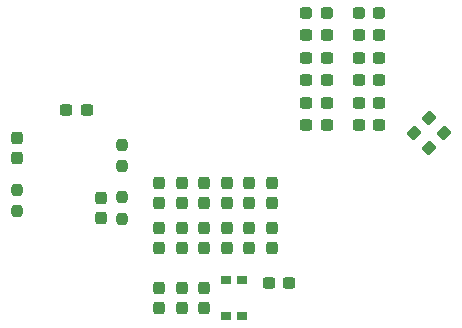
<source format=gbr>
%TF.GenerationSoftware,KiCad,Pcbnew,(5.99.0-12374-g2479e1d7b1)*%
%TF.CreationDate,2021-11-09T23:09:33+03:00*%
%TF.ProjectId,Brass,42726173-732e-46b6-9963-61645f706362,rev?*%
%TF.SameCoordinates,Original*%
%TF.FileFunction,Paste,Bot*%
%TF.FilePolarity,Positive*%
%FSLAX46Y46*%
G04 Gerber Fmt 4.6, Leading zero omitted, Abs format (unit mm)*
G04 Created by KiCad (PCBNEW (5.99.0-12374-g2479e1d7b1)) date 2021-11-09 23:09:33*
%MOMM*%
%LPD*%
G01*
G04 APERTURE LIST*
G04 Aperture macros list*
%AMRoundRect*
0 Rectangle with rounded corners*
0 $1 Rounding radius*
0 $2 $3 $4 $5 $6 $7 $8 $9 X,Y pos of 4 corners*
0 Add a 4 corners polygon primitive as box body*
4,1,4,$2,$3,$4,$5,$6,$7,$8,$9,$2,$3,0*
0 Add four circle primitives for the rounded corners*
1,1,$1+$1,$2,$3*
1,1,$1+$1,$4,$5*
1,1,$1+$1,$6,$7*
1,1,$1+$1,$8,$9*
0 Add four rect primitives between the rounded corners*
20,1,$1+$1,$2,$3,$4,$5,0*
20,1,$1+$1,$4,$5,$6,$7,0*
20,1,$1+$1,$6,$7,$8,$9,0*
20,1,$1+$1,$8,$9,$2,$3,0*%
G04 Aperture macros list end*
%ADD10RoundRect,0.237500X-0.044194X-0.380070X0.380070X0.044194X0.044194X0.380070X-0.380070X-0.044194X0*%
%ADD11RoundRect,0.237500X-0.237500X0.300000X-0.237500X-0.300000X0.237500X-0.300000X0.237500X0.300000X0*%
%ADD12RoundRect,0.237500X0.300000X0.237500X-0.300000X0.237500X-0.300000X-0.237500X0.300000X-0.237500X0*%
%ADD13R,0.900000X0.780000*%
%ADD14RoundRect,0.237500X-0.300000X-0.237500X0.300000X-0.237500X0.300000X0.237500X-0.300000X0.237500X0*%
%ADD15RoundRect,0.237500X0.237500X-0.250000X0.237500X0.250000X-0.237500X0.250000X-0.237500X-0.250000X0*%
%ADD16RoundRect,0.237500X0.287500X0.237500X-0.287500X0.237500X-0.287500X-0.237500X0.287500X-0.237500X0*%
%ADD17RoundRect,0.237500X0.237500X-0.300000X0.237500X0.300000X-0.237500X0.300000X-0.237500X-0.300000X0*%
%ADD18RoundRect,0.237500X0.237500X-0.287500X0.237500X0.287500X-0.237500X0.287500X-0.237500X-0.287500X0*%
%ADD19RoundRect,0.237500X-0.237500X0.287500X-0.237500X-0.287500X0.237500X-0.287500X0.237500X0.287500X0*%
G04 APERTURE END LIST*
D10*
%TO.C,C23*%
X108610120Y-64109880D03*
X109829880Y-62890120D03*
%TD*%
%TO.C,C22*%
X107340120Y-62839880D03*
X108559880Y-61620120D03*
%TD*%
D11*
%TO.C,C28*%
X87630000Y-70892500D03*
X87630000Y-72617500D03*
%TD*%
D12*
%TO.C,C42*%
X79602500Y-60960000D03*
X77877500Y-60960000D03*
%TD*%
D13*
%TO.C,X1*%
X91375000Y-78335000D03*
X91375000Y-75335000D03*
X92775000Y-75335000D03*
X92775000Y-78335000D03*
%TD*%
D14*
%TO.C,C25*%
X102642500Y-54610000D03*
X104367500Y-54610000D03*
%TD*%
D12*
%TO.C,C10*%
X99922500Y-60325000D03*
X98197500Y-60325000D03*
%TD*%
D11*
%TO.C,C35*%
X80772000Y-68352500D03*
X80772000Y-70077500D03*
%TD*%
D15*
%TO.C,R7*%
X82550000Y-70127500D03*
X82550000Y-68302500D03*
%TD*%
D11*
%TO.C,C44*%
X89535000Y-75972500D03*
X89535000Y-77697500D03*
%TD*%
D16*
%TO.C,FB2*%
X99935000Y-52705000D03*
X98185000Y-52705000D03*
%TD*%
D14*
%TO.C,C5*%
X102642500Y-62230000D03*
X104367500Y-62230000D03*
%TD*%
D17*
%TO.C,C16*%
X91440000Y-68807500D03*
X91440000Y-67082500D03*
%TD*%
D12*
%TO.C,C19*%
X99922500Y-56515000D03*
X98197500Y-56515000D03*
%TD*%
D11*
%TO.C,C17*%
X91440000Y-70892500D03*
X91440000Y-72617500D03*
%TD*%
%TO.C,C21*%
X89535000Y-70892500D03*
X89535000Y-72617500D03*
%TD*%
D17*
%TO.C,C27*%
X87630000Y-68807500D03*
X87630000Y-67082500D03*
%TD*%
D14*
%TO.C,C18*%
X102642500Y-56515000D03*
X104367500Y-56515000D03*
%TD*%
D12*
%TO.C,C15*%
X99922500Y-58420000D03*
X98197500Y-58420000D03*
%TD*%
D17*
%TO.C,C11*%
X93345000Y-68807500D03*
X93345000Y-67082500D03*
%TD*%
%TO.C,C20*%
X89535000Y-68807500D03*
X89535000Y-67082500D03*
%TD*%
D18*
%TO.C,FB4*%
X85725000Y-72630000D03*
X85725000Y-70880000D03*
%TD*%
D17*
%TO.C,C41*%
X73660000Y-64997500D03*
X73660000Y-63272500D03*
%TD*%
D12*
%TO.C,C26*%
X99922500Y-54610000D03*
X98197500Y-54610000D03*
%TD*%
D19*
%TO.C,FB5*%
X85725000Y-75960000D03*
X85725000Y-77710000D03*
%TD*%
D14*
%TO.C,C9*%
X102642500Y-60325000D03*
X104367500Y-60325000D03*
%TD*%
%TO.C,C14*%
X102642500Y-58420000D03*
X104367500Y-58420000D03*
%TD*%
D12*
%TO.C,C6*%
X99922500Y-62230000D03*
X98197500Y-62230000D03*
%TD*%
D11*
%TO.C,C8*%
X95250000Y-70892500D03*
X95250000Y-72617500D03*
%TD*%
%TO.C,C48*%
X87630000Y-75972500D03*
X87630000Y-77697500D03*
%TD*%
D15*
%TO.C,R11*%
X73660000Y-69492500D03*
X73660000Y-67667500D03*
%TD*%
D11*
%TO.C,C12*%
X93345000Y-70892500D03*
X93345000Y-72617500D03*
%TD*%
D14*
%TO.C,C47*%
X95022500Y-75565000D03*
X96747500Y-75565000D03*
%TD*%
D17*
%TO.C,C7*%
X95250000Y-68807500D03*
X95250000Y-67082500D03*
%TD*%
D19*
%TO.C,FB3*%
X85725000Y-67070000D03*
X85725000Y-68820000D03*
%TD*%
D16*
%TO.C,FB1*%
X104380000Y-52705000D03*
X102630000Y-52705000D03*
%TD*%
D15*
%TO.C,R6*%
X82550000Y-65682500D03*
X82550000Y-63857500D03*
%TD*%
M02*

</source>
